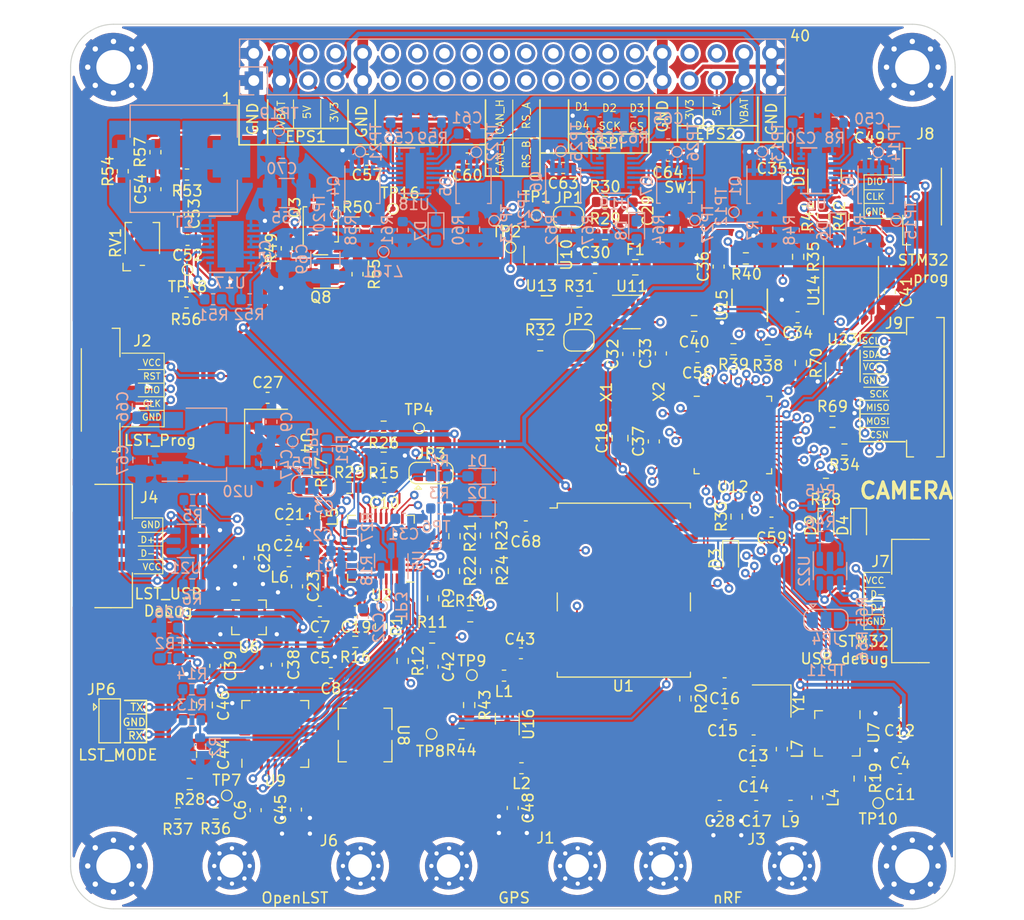
<source format=kicad_pcb>
(kicad_pcb (version 20211014) (generator pcbnew)

  (general
    (thickness 0.986)
  )

  (paper "A4")
  (layers
    (0 "F.Cu" power)
    (1 "In1.Cu" mixed)
    (2 "In2.Cu" mixed)
    (31 "B.Cu" power)
    (32 "B.Adhes" user "B.Adhesive")
    (33 "F.Adhes" user "F.Adhesive")
    (34 "B.Paste" user)
    (35 "F.Paste" user)
    (36 "B.SilkS" user "B.Silkscreen")
    (37 "F.SilkS" user "F.Silkscreen")
    (38 "B.Mask" user)
    (39 "F.Mask" user)
    (40 "Dwgs.User" user "User.Drawings")
    (41 "Cmts.User" user "User.Comments")
    (42 "Eco1.User" user "User.Eco1")
    (43 "Eco2.User" user "User.Eco2")
    (44 "Edge.Cuts" user)
    (45 "Margin" user)
    (46 "B.CrtYd" user "B.Courtyard")
    (47 "F.CrtYd" user "F.Courtyard")
    (48 "B.Fab" user)
    (49 "F.Fab" user)
    (50 "User.1" user)
    (51 "User.2" user)
    (52 "User.3" user)
    (53 "User.4" user)
    (54 "User.5" user)
    (55 "User.6" user)
    (56 "User.7" user)
    (57 "User.8" user)
    (58 "User.9" user)
  )

  (setup
    (stackup
      (layer "F.SilkS" (type "Top Silk Screen"))
      (layer "F.Paste" (type "Top Solder Paste"))
      (layer "F.Mask" (type "Top Solder Mask") (thickness 0.01))
      (layer "F.Cu" (type "copper") (thickness 0.018))
      (layer "dielectric 1" (type "core") (thickness 0.175) (material "FR4") (epsilon_r 4.5) (loss_tangent 0.02))
      (layer "In1.Cu" (type "copper") (thickness 0.035))
      (layer "dielectric 2" (type "prepreg") (thickness 0.51) (material "FR4") (epsilon_r 4.5) (loss_tangent 0.02))
      (layer "In2.Cu" (type "copper") (thickness 0.035))
      (layer "dielectric 3" (type "core") (thickness 0.175) (material "FR4") (epsilon_r 4.5) (loss_tangent 0.02))
      (layer "B.Cu" (type "copper") (thickness 0.018))
      (layer "B.Mask" (type "Bottom Solder Mask") (thickness 0.01))
      (layer "B.Paste" (type "Bottom Solder Paste"))
      (layer "B.SilkS" (type "Bottom Silk Screen"))
      (copper_finish "None")
      (dielectric_constraints no)
    )
    (pad_to_mask_clearance 0)
    (pcbplotparams
      (layerselection 0x00010fc_ffffffff)
      (disableapertmacros false)
      (usegerberextensions false)
      (usegerberattributes true)
      (usegerberadvancedattributes true)
      (creategerberjobfile true)
      (svguseinch false)
      (svgprecision 6)
      (excludeedgelayer true)
      (plotframeref false)
      (viasonmask false)
      (mode 1)
      (useauxorigin false)
      (hpglpennumber 1)
      (hpglpenspeed 20)
      (hpglpendiameter 15.000000)
      (dxfpolygonmode true)
      (dxfimperialunits true)
      (dxfusepcbnewfont true)
      (psnegative false)
      (psa4output false)
      (plotreference true)
      (plotvalue true)
      (plotinvisibletext false)
      (sketchpadsonfab false)
      (subtractmaskfromsilk false)
      (outputformat 1)
      (mirror false)
      (drillshape 1)
      (scaleselection 1)
      (outputdirectory "")
    )
  )

  (net 0 "")
  (net 1 "Net-(C1-Pad1)")
  (net 2 "GND")
  (net 3 "+3V3")
  (net 4 "/OpenLST (Beacon)/PA_VAPC")
  (net 5 "+3V8")
  (net 6 "/OpenLST (Beacon)/VDD_USB_LST")
  (net 7 "Net-(C12-Pad1)")
  (net 8 "Net-(C13-Pad2)")
  (net 9 "Net-(C15-Pad1)")
  (net 10 "Net-(C16-Pad1)")
  (net 11 "Net-(C17-Pad1)")
  (net 12 "Net-(C17-Pad2)")
  (net 13 "/MCU/MCU_POWER")
  (net 14 "Net-(C19-Pad1)")
  (net 15 "/3V3 power share/VCC_EN")
  (net 16 "Net-(C21-Pad2)")
  (net 17 "Net-(C22-Pad1)")
  (net 18 "Net-(C23-Pad2)")
  (net 19 "Net-(C24-Pad1)")
  (net 20 "Net-(C24-Pad2)")
  (net 21 "Net-(C25-Pad2)")
  (net 22 "Net-(C26-Pad1)")
  (net 23 "Net-(C29-Pad1)")
  (net 24 "/3V3 power share/EPS#1")
  (net 25 "Net-(C35-Pad2)")
  (net 26 "Net-(C38-Pad1)")
  (net 27 "Net-(C38-Pad2)")
  (net 28 "Net-(C39-Pad1)")
  (net 29 "Net-(C39-Pad2)")
  (net 30 "/MCU/VREF")
  (net 31 "Net-(C42-Pad1)")
  (net 32 "Net-(C43-Pad1)")
  (net 33 "Net-(C43-Pad2)")
  (net 34 "Net-(C45-Pad1)")
  (net 35 "Net-(C45-Pad2)")
  (net 36 "Net-(C48-Pad1)")
  (net 37 "Net-(C48-Pad2)")
  (net 38 "Net-(C49-Pad1)")
  (net 39 "/3V3 power share/EPS#2")
  (net 40 "Net-(C50-Pad1)")
  (net 41 "VIN")
  (net 42 "Net-(C52-Pad1)")
  (net 43 "Net-(C52-Pad2)")
  (net 44 "Net-(C53-Pad1)")
  (net 45 "Net-(C54-Pad1)")
  (net 46 "/Power Convertor/VBAT1/VCC_EN")
  (net 47 "/Power Convertor/EPS#1_VBAT")
  (net 48 "Net-(C57-Pad2)")
  (net 49 "Net-(C60-Pad1)")
  (net 50 "/Power Convertor/EPS#2_VBAT")
  (net 51 "Net-(C61-Pad1)")
  (net 52 "/5V power share/VCC_EN")
  (net 53 "/5V power share/EPS#1")
  (net 54 "Net-(C63-Pad2)")
  (net 55 "Net-(C64-Pad1)")
  (net 56 "/5V power share/EPS#2")
  (net 57 "Net-(C65-Pad1)")
  (net 58 "/OpenLST (Beacon)/USB_POWER_LST")
  (net 59 "Net-(D1-Pad2)")
  (net 60 "Net-(D2-Pad2)")
  (net 61 "Net-(D3-Pad1)")
  (net 62 "Net-(D4-Pad1)")
  (net 63 "/MCU/CAN_L")
  (net 64 "/MCU/CAN_H")
  (net 65 "Net-(D6-Pad1)")
  (net 66 "Net-(D6-Pad2)")
  (net 67 "Net-(D7-Pad1)")
  (net 68 "Net-(D7-Pad2)")
  (net 69 "Net-(D8-Pad1)")
  (net 70 "Net-(D8-Pad2)")
  (net 71 "Net-(D9-Pad1)")
  (net 72 "Net-(F1-Pad2)")
  (net 73 "Net-(FB1-Pad1)")
  (net 74 "/OpenLST (Beacon)/PROG_DD")
  (net 75 "/OpenLST (Beacon)/PROG_DC")
  (net 76 "/OpenLST (Beacon)/~{LST_RESET}")
  (net 77 "/MCU/USB_POWER")
  (net 78 "/MCU/SWCLK")
  (net 79 "/MCU/SWDIO")
  (net 80 "/MCU/QSPI_D1{slash}CAM_CSN")
  (net 81 "/MCU/QSPI_D2{slash}CAM_MOSI")
  (net 82 "/MCU/QSPI_D3{slash}CAM_MISO")
  (net 83 "/MCU/CAM_SCK")
  (net 84 "+5V")
  (net 85 "/I2C_SDA")
  (net 86 "/I2C_SCL")
  (net 87 "unconnected-(J12-Pad6)")
  (net 88 "unconnected-(J12-Pad8)")
  (net 89 "unconnected-(J12-Pad11)")
  (net 90 "unconnected-(J12-Pad12)")
  (net 91 "unconnected-(J12-Pad13)")
  (net 92 "unconnected-(J12-Pad14)")
  (net 93 "unconnected-(J12-Pad15)")
  (net 94 "unconnected-(J12-Pad16)")
  (net 95 "unconnected-(J12-Pad17)")
  (net 96 "unconnected-(J12-Pad18)")
  (net 97 "/MCU/RS_485_~{B}")
  (net 98 "/MCU/RS_485_A")
  (net 99 "unconnected-(J12-Pad23)")
  (net 100 "unconnected-(J12-Pad24)")
  (net 101 "/MCU/QSPI_D0")
  (net 102 "/MCU/QSPI_SCK")
  (net 103 "/MCU/QSPI_NCS")
  (net 104 "unconnected-(J12-Pad34)")
  (net 105 "unconnected-(J12-Pad36)")
  (net 106 "Net-(JP1-Pad1)")
  (net 107 "/MCU/NRST")
  (net 108 "Net-(JP2-Pad1)")
  (net 109 "Net-(JP2-Pad2)")
  (net 110 "/OpenLST (Beacon)/RF_EN")
  (net 111 "/OpenLST (Beacon)/RF_EN_MCU")
  (net 112 "/OpenLST (Beacon)/RF_PWR_EN")
  (net 113 "Net-(JP4-Pad3)")
  (net 114 "/MCU/VDD_USB")
  (net 115 "Net-(L3-Pad1)")
  (net 116 "Net-(L3-Pad2)")
  (net 117 "Net-(L4-Pad1)")
  (net 118 "Net-(L4-Pad2)")
  (net 119 "Net-(Q1-Pad5)")
  (net 120 "Net-(Q1-Pad4)")
  (net 121 "Net-(Q2-Pad4)")
  (net 122 "Net-(Q2-Pad5)")
  (net 123 "Net-(Q3-Pad4)")
  (net 124 "Net-(Q3-Pad5)")
  (net 125 "Net-(Q4-Pad5)")
  (net 126 "Net-(Q4-Pad4)")
  (net 127 "Net-(Q5-Pad4)")
  (net 128 "Net-(Q5-Pad5)")
  (net 129 "Net-(Q6-Pad5)")
  (net 130 "Net-(Q6-Pad4)")
  (net 131 "Net-(Q7-Pad4)")
  (net 132 "Net-(Q7-Pad5)")
  (net 133 "/OpenLST (Beacon)/~{LST_RX_MODE}")
  (net 134 "/OpenLST (Beacon)/LST_TX_MODE")
  (net 135 "Net-(R3-Pad2)")
  (net 136 "Net-(R4-Pad2)")
  (net 137 "Net-(R5-Pad1)")
  (net 138 "/OpenLST (Beacon)/USB_N")
  (net 139 "/OpenLST (Beacon)/USB_P")
  (net 140 "Net-(R6-Pad2)")
  (net 141 "Net-(R8-Pad2)")
  (net 142 "Net-(R9-Pad1)")
  (net 143 "/OpenLST (Beacon)/UART0_CTS")
  (net 144 "Net-(R10-Pad1)")
  (net 145 "/OpenLST (Beacon)/UART0_RTS")
  (net 146 "Net-(R11-Pad1)")
  (net 147 "/OpenLST (Beacon)/UART0_RX")
  (net 148 "Net-(R12-Pad1)")
  (net 149 "/OpenLST (Beacon)/UART0_TX")
  (net 150 "Net-(R15-Pad2)")
  (net 151 "Net-(R16-Pad2)")
  (net 152 "Net-(R17-Pad1)")
  (net 153 "Net-(R17-Pad2)")
  (net 154 "Net-(R19-Pad2)")
  (net 155 "/OpenLST (Beacon)/AN0")
  (net 156 "/OpenLST (Beacon)/AN1")
  (net 157 "Net-(R25-Pad2)")
  (net 158 "/OpenLST (Beacon)/RF_BYP")
  (net 159 "Net-(R32-Pad1)")
  (net 160 "/MCU/LED2")
  (net 161 "/MCU/CAN_RS")
  (net 162 "/MCU/RS_485_R_EN")
  (net 163 "/MCU/RS_485_T_EN")
  (net 164 "Net-(R43-Pad2)")
  (net 165 "Net-(R44-Pad1)")
  (net 166 "Net-(R44-Pad2)")
  (net 167 "Net-(R45-Pad1)")
  (net 168 "/MCU/USB_N")
  (net 169 "/MCU/USB_P")
  (net 170 "Net-(R46-Pad2)")
  (net 171 "Net-(R51-Pad2)")
  (net 172 "Net-(R52-Pad1)")
  (net 173 "Net-(R54-Pad2)")
  (net 174 "Net-(R59-Pad2)")
  (net 175 "Net-(R63-Pad2)")
  (net 176 "unconnected-(U1-Pad1)")
  (net 177 "unconnected-(U1-Pad3)")
  (net 178 "/GPS Module/IRQ")
  (net 179 "unconnected-(U1-Pad5)")
  (net 180 "unconnected-(U1-Pad6)")
  (net 181 "/GPS Module/RESET")
  (net 182 "unconnected-(U1-Pad15)")
  (net 183 "unconnected-(U1-Pad16)")
  (net 184 "unconnected-(U1-Pad17)")
  (net 185 "/GPS Module/TXD")
  (net 186 "/GPS Module/RXD")
  (net 187 "unconnected-(U2-Pad8)")
  (net 188 "unconnected-(U2-Pad18)")
  (net 189 "unconnected-(U2-Pad20)")
  (net 190 "/MCU/NRF_CE")
  (net 191 "/MCU/NRF_SPI_CSN")
  (net 192 "/MCU/NRF_SPI_SCK")
  (net 193 "/MCU/NRF_SPI_MOSI")
  (net 194 "/MCU/NRF_SPI_MISO")
  (net 195 "/MCU/NRF_IRQ")
  (net 196 "Net-(U8-Pad2)")
  (net 197 "Net-(U8-Pad6)")
  (net 198 "unconnected-(U9-Pad14)")
  (net 199 "unconnected-(U9-Pad16)")
  (net 200 "unconnected-(U9-Pad25)")
  (net 201 "unconnected-(U10-Pad3)")
  (net 202 "/MCU/WDG_RESET")
  (net 203 "unconnected-(U11-Pad3)")
  (net 204 "unconnected-(U12-Pad1)")
  (net 205 "/MCU/LSE")
  (net 206 "/MCU/HSE")
  (net 207 "/MCU/CAN_RX")
  (net 208 "/MCU/CAN_TX")
  (net 209 "unconnected-(U13-Pad3)")
  (net 210 "/MCU/RS_485_R")
  (net 211 "/MCU/RS_485_T")
  (net 212 "unconnected-(U15-Pad7)")
  (net 213 "Net-(JP6-Pad3)")
  (net 214 "/camera/CAM_VCC")
  (net 215 "Net-(R70-Pad1)")
  (net 216 "Net-(J4-Pad2)")
  (net 217 "Net-(J4-Pad3)")
  (net 218 "Net-(J7-Pad2)")
  (net 219 "Net-(J7-Pad3)")
  (net 220 "Net-(JP6-Pad1)")
  (net 221 "unconnected-(X1-Pad1)")
  (net 222 "unconnected-(U7-Pad21)")

  (footprint "Capacitor_SMD:C_0805_2012Metric_Pad1.18x1.45mm_HandSolder" (layer "F.Cu") (at 143.1544 71.9044))

  (footprint "TCY_Buttons:KMT031NGJLHS" (layer "F.Cu") (at 141.8844 61.5881))

  (footprint "Resistor_SMD:R_0603_1608Metric" (layer "F.Cu") (at 98.5276 117.602))

  (footprint "Resistor_SMD:R_0603_1608Metric" (layer "F.Cu") (at 158.115 61.9252 -90))

  (footprint "Package_DFN_QFN:QFN-20-1EP_4x4mm_P0.5mm_EP2.5x2.5mm" (layer "F.Cu") (at 156.5148 110.1344 -90))

  (footprint "MountingHole:MountingHole_3.2mm_M3_Pad_Via" (layer "F.Cu") (at 163.5 122.5))

  (footprint "Resistor_SMD:R_0603_1608Metric" (layer "F.Cu") (at 120.8024 91.7448 90))

  (footprint "Capacitor_SMD:C_0603_1608Metric" (layer "F.Cu") (at 98.4905 103.8352 -90))

  (footprint "Resistor_SMD:R_0603_1608Metric" (layer "F.Cu") (at 147.9804 65.8368 180))

  (footprint "Inductor_SMD:L_0603_1608Metric" (layer "F.Cu") (at 107.7976 89.9668 -90))

  (footprint "Resistor_SMD:R_0603_1608Metric" (layer "F.Cu") (at 121.4628 110.1852))

  (footprint "MountingHole:MountingHole_3.2mm_M3_Pad_Via" (layer "F.Cu") (at 89 48))

  (footprint "Capacitor_SMD:C_0603_1608Metric" (layer "F.Cu") (at 105.41 88.2396))

  (footprint "TCY_Connector:Amphenol 10114830-11104LF 1x04 Vertical" (layer "F.Cu") (at 88.265 92.6592 -90))

  (footprint "Capacitor_SMD:C_0603_1608Metric" (layer "F.Cu") (at 127.4572 90.8304 180))

  (footprint "Capacitor_SMD:C_0603_1608Metric" (layer "F.Cu") (at 152.8064 71.3232 180))

  (footprint "Resistor_SMD:R_0603_1608Metric" (layer "F.Cu") (at 153.1112 75.5904 -90))

  (footprint "Capacitor_SMD:C_0603_1608Metric" (layer "F.Cu") (at 114.2492 87.2236 180))

  (footprint "Inductor_SMD:L_0603_1608Metric" (layer "F.Cu") (at 127.0508 113.3856))

  (footprint "RF_GPS:ublox_NEO" (layer "F.Cu") (at 136.6012 96.774))

  (footprint "Package_TO_SOT_SMD:SOT-23-6_Handsoldering" (layer "F.Cu") (at 157.0228 76.454 -90))

  (footprint "Capacitor_SMD:C_0603_1608Metric" (layer "F.Cu") (at 108.2548 98.7792 180))

  (footprint "Inductor_SMD:L_0603_1608Metric" (layer "F.Cu") (at 105.156 64.897 90))

  (footprint "Resistor_SMD:R_0603_1608Metric" (layer "F.Cu") (at 158.5976 114.3508 90))

  (footprint "Jumper:SolderJumper-2_P1.3mm_Open_RoundedPad1.0x1.5mm" (layer "F.Cu") (at 132.4108 73.4753 180))

  (footprint "Capacitor_SMD:C_0603_1608Metric" (layer "F.Cu") (at 118.7704 103.9238 90))

  (footprint "Jumper:SolderJumper-2_P1.3mm_Open_RoundedPad1.0x1.5mm" (layer "F.Cu") (at 131.4456 61.9945))

  (footprint "Inductor_SMD:L_0603_1608Metric" (layer "F.Cu") (at 95.8596 58.0136))

  (footprint "Capacitor_SMD:C_0603_1608Metric" (layer "F.Cu") (at 133.9218 66.7189))

  (footprint "Capacitor_SMD:C_0603_1608Metric" (layer "F.Cu") (at 127 102.6668 180))

  (footprint "Capacitor_SMD:C_0603_1608Metric" (layer "F.Cu") (at 148.7046 113.6904))

  (footprint "MountingHole:MountingHole_3.2mm_M3_Pad_Via" (layer "F.Cu") (at 163.5 48))

  (footprint "Resistor_SMD:R_0603_1608Metric" (layer "F.Cu") (at 111.5568 101.6 180))

  (footprint "Resistor_SMD:R_0603_1608Metric" (layer "F.Cu") (at 118.8212 97.536 -90))

  (footprint "Resistor_SMD:R_0603_1608Metric" (layer "F.Cu") (at 134.8492 60.5721))

  (footprint "Resistor_SMD:R_0603_1608Metric" (layer "F.Cu") (at 157.1752 83.6676 180))

  (footprint "Capacitor_SMD:C_0603_1608Metric" (layer "F.Cu") (at 122.0216 56.515))

  (footprint "TCY_Connector:TestPoint_Pad_D0.5mm" (layer "F.Cu") (at 122.428 104.6988))

  (footprint "Resistor_SMD:R_0603_1608Metric" (layer "F.Cu") (at 123.7488 94.996 90))

  (footprint "Resistor_SMD:R_0603_1608Metric" (layer "F.Cu") (at 115.9764 103.378 -90))

  (footprint "Capacitor_SMD:C_0603_1608Metric" (layer "F.Cu") (at 139.3952 82.9056 90))

  (footprint "Resistor_SMD:R_0603_1608Metric" (layer "F.Cu") (at 110.998 87.2236))

  (footprint "Resistor_SMD:R_0603_1608Metric" (layer "F.Cu") (at 113.9444 100.1268 90))

  (footprint "footprints:iPEX" (layer "F.Cu") (at 146.25 122.5 180))

  (footprint "Capacitor_SMD:C_0603_1608Metric" (layer "F.Cu") (at 145.542 116.8908 180))

  (footprint "Capacitor_SMD:C_0603_1608Metric" (layer "F.Cu") (at 162.3568 114.4016 180))

  (footprint "Capacitor_SMD:C_0603_1608Metric" (layer "F.Cu") (at 112.649 56.642))

  (footprint "Inductor_SMD:L_0603_1608Metric" (layer "F.Cu") (at 151.3332 111.6076 -90))

  (footprint "Capacitor_SMD:C_0603_1608Metric" (layer "F.Cu") (at 137.414 61.3849 -90))

  (footprint "Capacitor_SMD:C_0603_1608Metric" (layer "F.Cu") (at 159.517223 56.0263))

  (footprint "Resistor_SMD:R_0603_1608Metric" (layer "F.Cu") (at 142.3416 106.8832 90))

  (footprint "Resistor_SMD:R_0603_1608Metric" (layer "F.Cu") (at 120.7516 94.996 90))

  (footprint "footprints:iPEX" (layer "F.Cu") (at 106 122.5 180))

  (footprint "Capacitor_SMD:C_0603_1608Metric" (layer "F.Cu") (at 105.3084 91.186 180))

  (footprint "TCY_Connector:TestPoint_Pad_D0.5mm" (layer "F.Cu") (at 117.5004 81.6864))

  (footprint "Package_DFN_QFN:DFN-10-1EP_3x3mm_P0.5mm_EP1.55x2.48mm" (layer "F.Cu")
    (tedit 5EA4BECA) (tstamp 64263d5c-9427-4c92-a73a-afe8e63e20fb)
    (at 148.336 70.2056 90)
    (descr "10-Lead Plastic Dual Flat, No Lead Package (MF) - 3x3x0.9 mm Body [DFN] (see Microchip Packaging Specification 00000049BS.pdf)")
    (tags "DFN 0.5")
    (property "Sheetfile" "mcu_comm.kicad_sch")
    (property "Sheetname" "MCU")
    (path "/81a5172c-b171-400d-8856-41d6e486bdd1/a66e8b44-b972-4f7b-ba80-f64e58de1944")
    (attr smd)
    (fp_text reference "U15" (at 0 -2.575 90) (layer "F.SilkS")
      (effects (font (size 1 1) (thickness 0.15)))
      (tstamp af58d6aa-33e4-4da2-8ea3-2304125e31c0)
    )
    (fp_text value "MAX13430ETB+" (at 0 2.575 90) (layer "F.Fab")
      (effects (font (size 1 1) (thickness 0.15)))
      (tstamp 94937ca0-c1d9-424d-88cf-010fb503f8a5)
    )
    (fp_text user "${REFERENCE}" (at 0 0 90) (layer "F.Fab")
      (effects (font (size 0.7 0.7) (thickness 0.105)))
      (tstamp 67a55320-79e2-4952-9d6a-671cbdcfc9f7)
    )
    (fp_line (start -1.5 1.65) (end 1.5 1.65) (layer "F.SilkS") (width 0.15) (tstamp 47b3834c-8a87-4af3-9143-c88b9cd89304))
    (fp_line (start 0 -1.65) (end 1.5 -1.65) (layer "F.SilkS") (width 0.15) (tstamp adc74667-5dec-4b95-9d35-ffc7db9ad260))
    (fp_line (start -2.15 -1.85) (end -2.15 1.85) (layer "F.CrtYd") (width 0.05) (tstamp 20c401b1-c1bb-42cd-8ef2-fd89663a6cf3))
    (fp_line (start -2.15 1.85) (end 2.15 1.85) (layer "F.CrtYd") (width 0.05) (tstamp a7098063-91db-4dae-8c97-631051e8de0e))
    (fp_line (start 2.15 -1.85) (end 2.15 1.85) (layer "F.CrtYd") (width 0.05) (tstamp d1594cc0-0357-4de5-8d76-bb3a044297b2))
    (fp_line (start -2.15 -1.85) (end 2.15 -1.85) (layer "F.CrtYd") (width 0.05) (tstamp d500cfb3-be5f-4c90-8432-d0e5e29eda2a))
    (fp_line (start -1.5 -0.5) (end -0.5 -1.5) (layer "F.Fab") (width 0.15) (tstamp 4013842c-f594-4f18-a07a-785be971cdaf))
    (fp_line (start -1.5 1.5) (end -1.5 -0.5) (layer "F.Fab") (width 0.15) (tstamp 68cc97a1-6c76-411f-a28b-36162918d55d))
    (fp_line (start 1.5 1.5) (end -1.5 1.5) (layer "F.Fab") (width 0.15) (tstamp 6a2b63d3-b52c-4af8-b72e-63fe811d3d24))
    (fp_line (start 1.5 -1.5) (end 1.5 1.5) (layer "F.Fab") (width 0.15) (tstamp b6b0b082-3ad5-486d-9247-7e4db31838ef))
    (fp_line (start -0.5 -1.5) (end 1.5 -1.5) (layer "F.Fab") (width 0.15) (tstamp c40a33aa-f777-4109-9efd-12123c039897))
    (pad "" smd rect locked (at 0.3875 0.62 90) (size 0.6 1.05) (layers "F.Paste") (tstamp 13432df8-5be2-422d-b431-13bedccbff4d))
    (pad "" smd rect locked (at -0.3875 -0.62 90) (size 0.6 1.05) (layers "F.Paste") (tstamp 4be9d67c-a6f3-435e-8133-0f53bd74a878))
    (pad "" smd rect locked (at -0.3875 0.62 90) (size 0.6 1.05) (layers "F.Paste") (tstamp 5d69c2f3-acbd-4c54-bda2-b7785c2010cf))
    (pad "" 
... [3686839 chars truncated]
</source>
